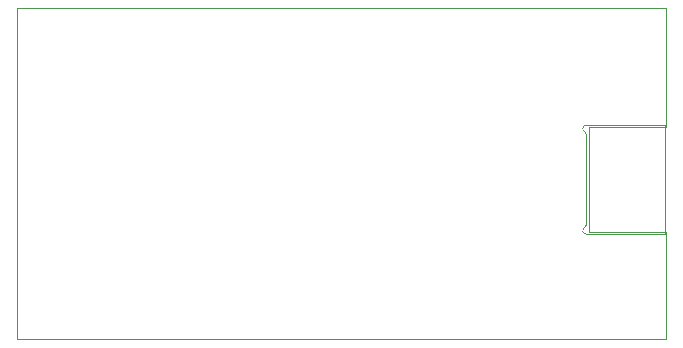
<source format=gbr>
%TF.GenerationSoftware,KiCad,Pcbnew,6.0.11+dfsg-1*%
%TF.CreationDate,2024-02-24T16:55:35-05:00*%
%TF.ProjectId,usb-c-expresscard,7573622d-632d-4657-9870-726573736361,rev?*%
%TF.SameCoordinates,Original*%
%TF.FileFunction,Profile,NP*%
%FSLAX46Y46*%
G04 Gerber Fmt 4.6, Leading zero omitted, Abs format (unit mm)*
G04 Created by KiCad (PCBNEW 6.0.11+dfsg-1) date 2024-02-24 16:55:35*
%MOMM*%
%LPD*%
G01*
G04 APERTURE LIST*
%TA.AperFunction,Profile*%
%ADD10C,0.100000*%
%TD*%
%TA.AperFunction,Profile*%
%ADD11C,0.010000*%
%TD*%
G04 APERTURE END LIST*
D10*
X196000000Y-90050000D02*
X189450000Y-90050000D01*
X189450000Y-98950000D01*
X196000000Y-98950000D01*
X196000000Y-108000000D01*
X141000000Y-108000000D01*
X141000000Y-80000000D01*
X196000000Y-80000000D01*
X196000000Y-90050000D01*
D11*
%TO.C,J2*%
X195917500Y-89880000D02*
X189217500Y-89880000D01*
X189217500Y-98300380D02*
X189217500Y-90699620D01*
X195917500Y-99120000D02*
X189217500Y-99120000D01*
X195917500Y-99120000D02*
X195917500Y-89880000D01*
X189217485Y-90699620D02*
G75*
G03*
X189067500Y-90439810I-299985J20D01*
G01*
X189067500Y-98560191D02*
G75*
G03*
X189217500Y-98300380I-149997J259806D01*
G01*
X189067500Y-98560192D02*
G75*
G03*
X189217500Y-99120000I149999J-259808D01*
G01*
X189217499Y-89879998D02*
G75*
G03*
X189067500Y-90439810I1J-300002D01*
G01*
%TD*%
M02*

</source>
